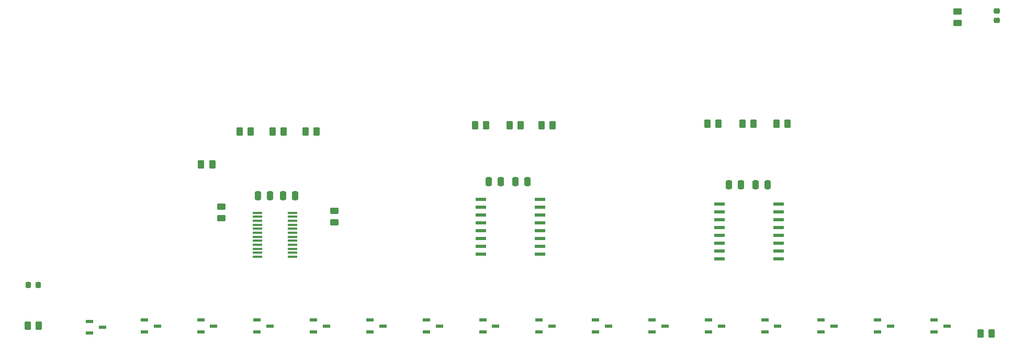
<source format=gbr>
%TF.GenerationSoftware,KiCad,Pcbnew,7.0.9*%
%TF.CreationDate,2024-04-09T00:56:21-04:00*%
%TF.ProjectId,WIRED-I2C-Shield-revA4,57495245-442d-4493-9243-2d536869656c,RevA4*%
%TF.SameCoordinates,Original*%
%TF.FileFunction,Paste,Top*%
%TF.FilePolarity,Positive*%
%FSLAX46Y46*%
G04 Gerber Fmt 4.6, Leading zero omitted, Abs format (unit mm)*
G04 Created by KiCad (PCBNEW 7.0.9) date 2024-04-09 00:56:21*
%MOMM*%
%LPD*%
G01*
G04 APERTURE LIST*
G04 Aperture macros list*
%AMRoundRect*
0 Rectangle with rounded corners*
0 $1 Rounding radius*
0 $2 $3 $4 $5 $6 $7 $8 $9 X,Y pos of 4 corners*
0 Add a 4 corners polygon primitive as box body*
4,1,4,$2,$3,$4,$5,$6,$7,$8,$9,$2,$3,0*
0 Add four circle primitives for the rounded corners*
1,1,$1+$1,$2,$3*
1,1,$1+$1,$4,$5*
1,1,$1+$1,$6,$7*
1,1,$1+$1,$8,$9*
0 Add four rect primitives between the rounded corners*
20,1,$1+$1,$2,$3,$4,$5,0*
20,1,$1+$1,$4,$5,$6,$7,0*
20,1,$1+$1,$6,$7,$8,$9,0*
20,1,$1+$1,$8,$9,$2,$3,0*%
G04 Aperture macros list end*
%ADD10R,1.803400X0.533400*%
%ADD11R,1.300000X0.600000*%
%ADD12RoundRect,0.250000X-0.262500X-0.450000X0.262500X-0.450000X0.262500X0.450000X-0.262500X0.450000X0*%
%ADD13RoundRect,0.250000X0.450000X-0.262500X0.450000X0.262500X-0.450000X0.262500X-0.450000X-0.262500X0*%
%ADD14RoundRect,0.250000X-0.250000X-0.475000X0.250000X-0.475000X0.250000X0.475000X-0.250000X0.475000X0*%
%ADD15RoundRect,0.218750X0.256250X-0.218750X0.256250X0.218750X-0.256250X0.218750X-0.256250X-0.218750X0*%
%ADD16RoundRect,0.218750X-0.218750X-0.256250X0.218750X-0.256250X0.218750X0.256250X-0.218750X0.256250X0*%
%ADD17R,1.600000X0.300000*%
G04 APERTURE END LIST*
D10*
%TO.C,U3*%
X183946800Y-89281000D03*
X183946800Y-90551000D03*
X183946800Y-91821000D03*
X183946800Y-93091000D03*
X183946800Y-94361000D03*
X183946800Y-95631000D03*
X183946800Y-96901000D03*
X183946800Y-98171000D03*
X193497200Y-98171000D03*
X193497200Y-96901000D03*
X193497200Y-95631000D03*
X193497200Y-94361000D03*
X193497200Y-93091000D03*
X193497200Y-91821000D03*
X193497200Y-90551000D03*
X193497200Y-89281000D03*
%TD*%
%TO.C,U1*%
X154889200Y-88519000D03*
X154889200Y-89789000D03*
X154889200Y-91059000D03*
X154889200Y-92329000D03*
X154889200Y-93599000D03*
X154889200Y-94869000D03*
X154889200Y-96139000D03*
X154889200Y-97409000D03*
X145338800Y-97409000D03*
X145338800Y-96139000D03*
X145338800Y-94869000D03*
X145338800Y-93599000D03*
X145338800Y-92329000D03*
X145338800Y-91059000D03*
X145338800Y-89789000D03*
X145338800Y-88519000D03*
%TD*%
D11*
%TO.C,Q7*%
X136516400Y-108082000D03*
X136516400Y-109982000D03*
X138616400Y-109032000D03*
%TD*%
D12*
%TO.C,R11*%
X155147000Y-76454000D03*
X156972000Y-76454000D03*
%TD*%
D11*
%TO.C,Q3*%
X109135200Y-108082000D03*
X109135200Y-109982000D03*
X111235200Y-109032000D03*
%TD*%
D12*
%TO.C,R15*%
X226163500Y-110236000D03*
X227988500Y-110236000D03*
%TD*%
%TO.C,R14*%
X193143500Y-76200000D03*
X194968500Y-76200000D03*
%TD*%
%TO.C,R8*%
X100076000Y-82804000D03*
X101901000Y-82804000D03*
%TD*%
D11*
%TO.C,Q9*%
X163897600Y-108082000D03*
X163897600Y-109982000D03*
X165997600Y-109032000D03*
%TD*%
D12*
%TO.C,R12*%
X181967500Y-76200000D03*
X183792500Y-76200000D03*
%TD*%
D11*
%TO.C,Q2*%
X82042000Y-108270000D03*
X82042000Y-110170000D03*
X84142000Y-109220000D03*
%TD*%
D13*
%TO.C,R5*%
X103378000Y-91515500D03*
X103378000Y-89690500D03*
%TD*%
D11*
%TO.C,Q8*%
X145643500Y-108082000D03*
X145643500Y-109982000D03*
X147743500Y-109032000D03*
%TD*%
%TO.C,Q10*%
X154770500Y-108082000D03*
X154770500Y-109982000D03*
X156870500Y-109032000D03*
%TD*%
D12*
%TO.C,R1*%
X106275500Y-77470000D03*
X108100500Y-77470000D03*
%TD*%
D13*
%TO.C,R6*%
X121666000Y-92202000D03*
X121666000Y-90377000D03*
%TD*%
D11*
%TO.C,Q11*%
X182151700Y-108082000D03*
X182151700Y-109982000D03*
X184251700Y-109032000D03*
%TD*%
D14*
%TO.C,C5*%
X185486000Y-86106000D03*
X187386000Y-86106000D03*
%TD*%
D11*
%TO.C,Q5*%
X127389300Y-108082000D03*
X127389300Y-109982000D03*
X129489300Y-109032000D03*
%TD*%
D12*
%TO.C,R9*%
X144375500Y-76454000D03*
X146200500Y-76454000D03*
%TD*%
D15*
%TO.C,D1*%
X228854000Y-59461500D03*
X228854000Y-57886500D03*
%TD*%
D11*
%TO.C,Q14*%
X191278800Y-108082000D03*
X191278800Y-109982000D03*
X193378800Y-109032000D03*
%TD*%
D12*
%TO.C,R10*%
X149963500Y-76454000D03*
X151788500Y-76454000D03*
%TD*%
D11*
%TO.C,Q4*%
X100008100Y-108082000D03*
X100008100Y-109982000D03*
X102108100Y-109032000D03*
%TD*%
%TO.C,Q6*%
X118262300Y-108082000D03*
X118262300Y-109982000D03*
X120362300Y-109032000D03*
%TD*%
%TO.C,Q16*%
X209532900Y-108082000D03*
X209532900Y-109982000D03*
X211632900Y-109032000D03*
%TD*%
D14*
%TO.C,C3*%
X146624000Y-85598000D03*
X148524000Y-85598000D03*
%TD*%
D12*
%TO.C,R3*%
X116943500Y-77470000D03*
X118768500Y-77470000D03*
%TD*%
D14*
%TO.C,C1*%
X109286000Y-87884000D03*
X111186000Y-87884000D03*
%TD*%
D12*
%TO.C,R7*%
X71985500Y-108966000D03*
X73810500Y-108966000D03*
%TD*%
%TO.C,R13*%
X187647500Y-76200000D03*
X189472500Y-76200000D03*
%TD*%
D11*
%TO.C,Q1*%
X90881100Y-108082000D03*
X90881100Y-109982000D03*
X92981100Y-109032000D03*
%TD*%
D13*
%TO.C,R4*%
X222504000Y-59840500D03*
X222504000Y-58015500D03*
%TD*%
D11*
%TO.C,Q15*%
X218660000Y-108082000D03*
X218660000Y-109982000D03*
X220760000Y-109032000D03*
%TD*%
D14*
%TO.C,C6*%
X189804000Y-86106000D03*
X191704000Y-86106000D03*
%TD*%
D11*
%TO.C,Q13*%
X200405900Y-108082000D03*
X200405900Y-109982000D03*
X202505900Y-109032000D03*
%TD*%
D16*
%TO.C,D2*%
X72110500Y-102362000D03*
X73685500Y-102362000D03*
%TD*%
D12*
%TO.C,R2*%
X111609500Y-77470000D03*
X113434500Y-77470000D03*
%TD*%
D14*
%TO.C,C4*%
X150942000Y-85598000D03*
X152842000Y-85598000D03*
%TD*%
D11*
%TO.C,Q12*%
X173024700Y-108082000D03*
X173024700Y-109982000D03*
X175124700Y-109032000D03*
%TD*%
D17*
%TO.C,U2*%
X109214000Y-90659000D03*
X109214000Y-91309000D03*
X109214000Y-91959000D03*
X109214000Y-92609000D03*
X109214000Y-93259000D03*
X109214000Y-93909000D03*
X109214000Y-94559000D03*
X109214000Y-95209000D03*
X109214000Y-95859000D03*
X109214000Y-96509000D03*
X109214000Y-97159000D03*
X109214000Y-97809000D03*
X114814000Y-97809000D03*
X114814000Y-97159000D03*
X114814000Y-96509000D03*
X114814000Y-95859000D03*
X114814000Y-95209000D03*
X114814000Y-94559000D03*
X114814000Y-93909000D03*
X114814000Y-93259000D03*
X114814000Y-92609000D03*
X114814000Y-91959000D03*
X114814000Y-91309000D03*
X114814000Y-90659000D03*
%TD*%
D14*
%TO.C,C2*%
X113350000Y-87884000D03*
X115250000Y-87884000D03*
%TD*%
M02*

</source>
